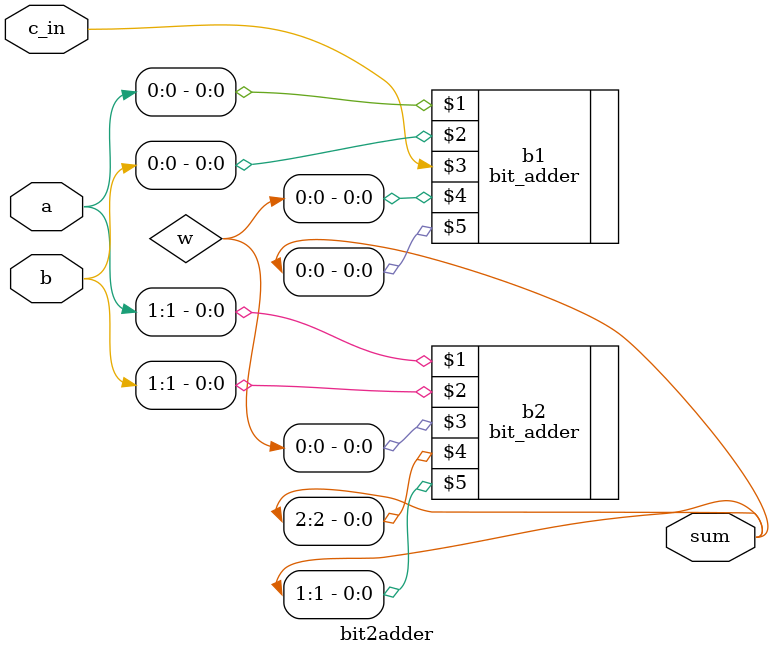
<source format=v>

module bit2adder(
    input [1:0]a,
    input [1:0]b,
    input c_in,
    output [2:0] sum
);
    wire [2:0]w;
    bit_adder b1(a[0],b[0],c_in,w[0],sum[0]);
    bit_adder b2(a[1],b[1],w[0],sum[2],sum[1]);
endmodule

</source>
